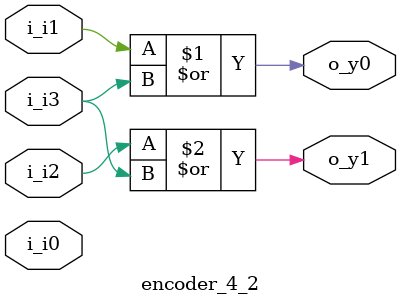
<source format=v>

module encoder_4_2 (	o_y0,
						o_y1,
						i_i0,
						i_i1,
						i_i2,
						i_i3);
	
	output				o_y0;
	output				o_y1;
	
	input				i_i0;
	input				i_i1;
	input				i_i2;
	input				i_i3;
	
	assign o_y0 = i_i1 | i_i3;
	assign o_y1 = i_i2 | i_i3;
	
endmodule

</source>
